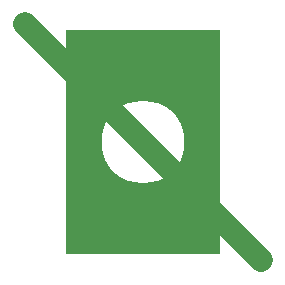
<source format=gbr>
G04 ================================================================================================
Copyright (C) 2025 Tony Luken <tonyluken62+gerberfilereader.gmail.com>

This file is part of GerberFileReader.

GerberFileReader is free software: you can redistribute it and/or modify it under the terms of
the GNU General Public License as published by the Free Software Foundation, either version 3 of
the License, or (at your option) any later version.

GerberFileReader is distributed in the hope that it will be useful, but WITHOUT ANY WARRANTY; 
without even the implied warranty of MERCHANTABILITY or FITNESS FOR A PARTICULAR PURPOSE. See the
GNU General Public License for more details.

You should have received a copy of the GNU General Public License along with GerberFileReader. If
not, see <http://www.gnu.org/licenses/>.
===================================================================================================*

G04 Demonstrates Aperture Macro exposure parameter*
G04 Inspired by the example in section 4.5.2 of Ucamco's Gerber Layer Format Specification, Revision 2023.08*

G04 Format specification and units selection*
%FSLAX26Y26*%
%MOMM*%

G04 Create a macro template with a hole in it by setting the exposure parameter=0*
%AMMacroWithHole*
21,1,13,19,0,0,0*
1,0,7,0,0*%

G04 Define the apertures*
%ADD21MacroWithHole*%
%TADrawingAperture,Value1,Value2*%
%ADD23C,2*%
%TD*%

G04 Linear plotting with dark polarity
G01*
%LPD*%

G04 First draw a diagonal line*
D23*
X-10000000Y10000000D02*
X10000000Y-10000000D01*

G04 Flash the macro aperture on top of the line*
D21*
X0Y0D03*

%TF.MD5,e26d13ca402ea45ff159274bd43337a2*%
M02*

</source>
